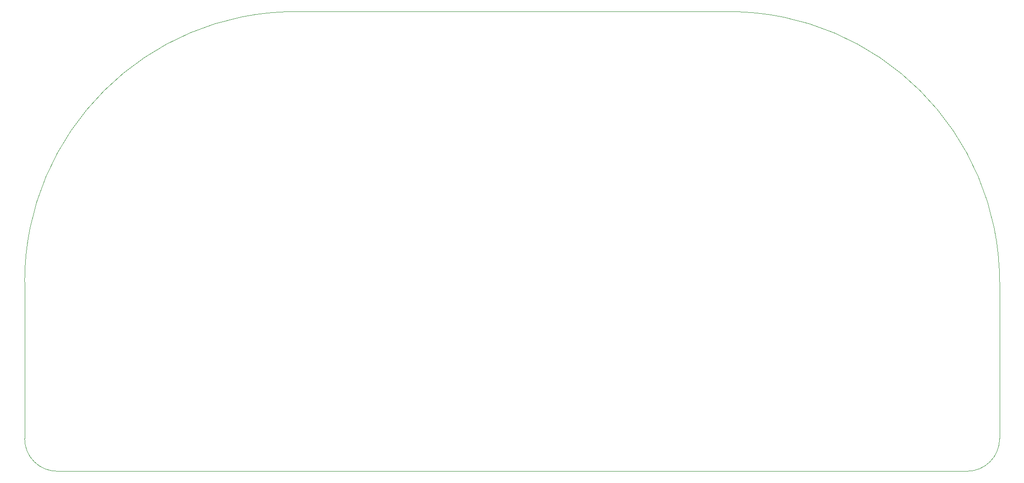
<source format=gm1>
%TF.GenerationSoftware,KiCad,Pcbnew,(6.0.7)*%
%TF.CreationDate,2023-03-11T10:43:17+08:00*%
%TF.ProjectId,popn_pico,706f706e-5f70-4696-936f-2e6b69636164,rev?*%
%TF.SameCoordinates,Original*%
%TF.FileFunction,Profile,NP*%
%FSLAX46Y46*%
G04 Gerber Fmt 4.6, Leading zero omitted, Abs format (unit mm)*
G04 Created by KiCad (PCBNEW (6.0.7)) date 2023-03-11 10:43:17*
%MOMM*%
%LPD*%
G01*
G04 APERTURE LIST*
%TA.AperFunction,Profile*%
%ADD10C,0.100000*%
%TD*%
G04 APERTURE END LIST*
D10*
X107320000Y-62400000D02*
G75*
G03*
X57320000Y-112400000I0J-50000000D01*
G01*
X63320000Y-147400000D02*
X231320000Y-147400000D01*
X57320000Y-112400000D02*
X57320000Y-141400000D01*
X237320000Y-141400000D02*
X237320000Y-112400000D01*
X231320000Y-147400000D02*
G75*
G03*
X237320000Y-141400000I0J6000000D01*
G01*
X187320000Y-62400000D02*
X107320000Y-62400000D01*
X57320000Y-141400000D02*
G75*
G03*
X63320000Y-147400000I6000000J0D01*
G01*
X237320000Y-112400000D02*
G75*
G03*
X187320000Y-62400000I-50000000J0D01*
G01*
M02*

</source>
